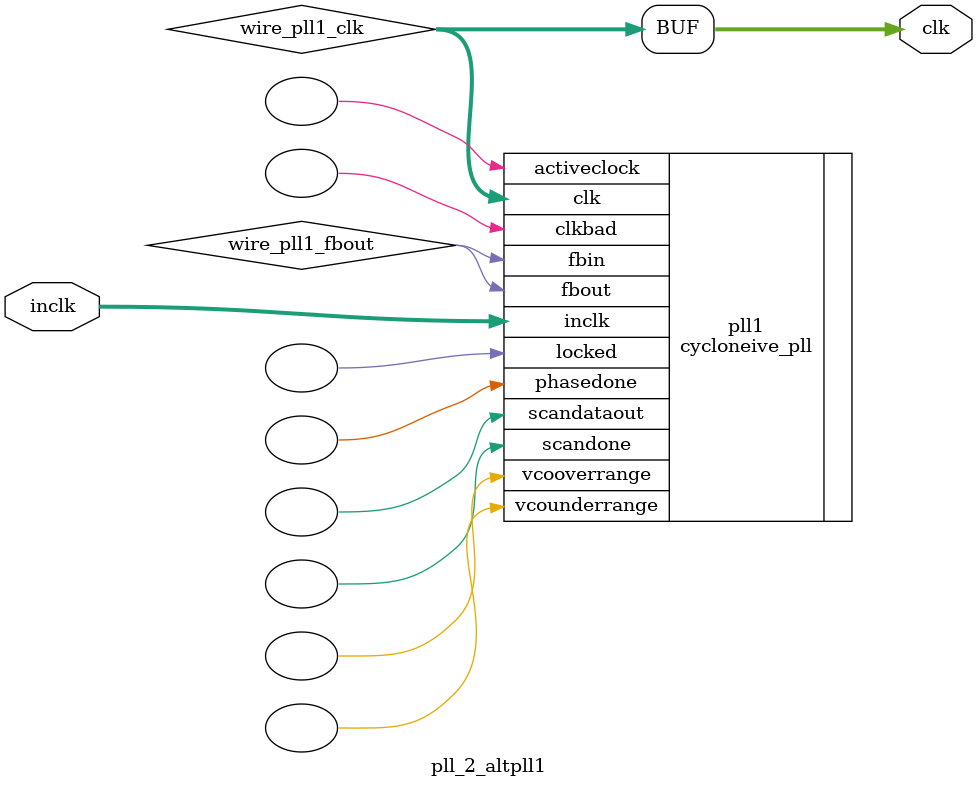
<source format=v>






//synthesis_resources = cycloneive_pll 1 
//synopsys translate_off
`timescale 1 ps / 1 ps
//synopsys translate_on
module  pll_2_altpll1
	( 
	clk,
	inclk) /* synthesis synthesis_clearbox=1 */;
	output   [4:0]  clk;
	input   [1:0]  inclk;
`ifndef ALTERA_RESERVED_QIS
// synopsys translate_off
`endif
	tri0   [1:0]  inclk;
`ifndef ALTERA_RESERVED_QIS
// synopsys translate_on
`endif

	wire  [4:0]   wire_pll1_clk;
	wire  wire_pll1_fbout;

	cycloneive_pll   pll1
	( 
	.activeclock(),
	.clk(wire_pll1_clk),
	.clkbad(),
	.fbin(wire_pll1_fbout),
	.fbout(wire_pll1_fbout),
	.inclk(inclk),
	.locked(),
	.phasedone(),
	.scandataout(),
	.scandone(),
	.vcooverrange(),
	.vcounderrange()
	`ifndef FORMAL_VERIFICATION
	// synopsys translate_off
	`endif
	,
	.areset(1'b0),
	.clkswitch(1'b0),
	.configupdate(1'b0),
	.pfdena(1'b1),
	.phasecounterselect({3{1'b0}}),
	.phasestep(1'b0),
	.phaseupdown(1'b0),
	.scanclk(1'b0),
	.scanclkena(1'b1),
	.scandata(1'b0)
	`ifndef FORMAL_VERIFICATION
	// synopsys translate_on
	`endif
	);
	defparam
		pll1.bandwidth_type = "auto",
		pll1.clk0_divide_by = 1,
		pll1.clk0_duty_cycle = 50,
		pll1.clk0_multiply_by = 2,
		pll1.clk0_phase_shift = "0",
		pll1.clk1_divide_by = 1,
		pll1.clk1_duty_cycle = 50,
		pll1.clk1_multiply_by = 2,
		pll1.clk1_phase_shift = "1000",
		pll1.clk2_divide_by = 1,
		pll1.clk2_duty_cycle = 50,
		pll1.clk2_multiply_by = 2,
		pll1.clk2_phase_shift = "2000",
		pll1.clk3_divide_by = 1,
		pll1.clk3_duty_cycle = 50,
		pll1.clk3_multiply_by = 2,
		pll1.clk3_phase_shift = "3000",
		pll1.clk4_divide_by = 1,
		pll1.clk4_duty_cycle = 50,
		pll1.clk4_multiply_by = 1,
		pll1.clk4_phase_shift = "8000",
		pll1.compensate_clock = "clk0",
		pll1.inclk0_input_frequency = 10000,
		pll1.operation_mode = "normal",
		pll1.pll_type = "auto",
		pll1.lpm_type = "cycloneive_pll";
	assign
		clk = {wire_pll1_clk[4:0]};
endmodule //pll_2_altpll1
//VALID FILE

</source>
